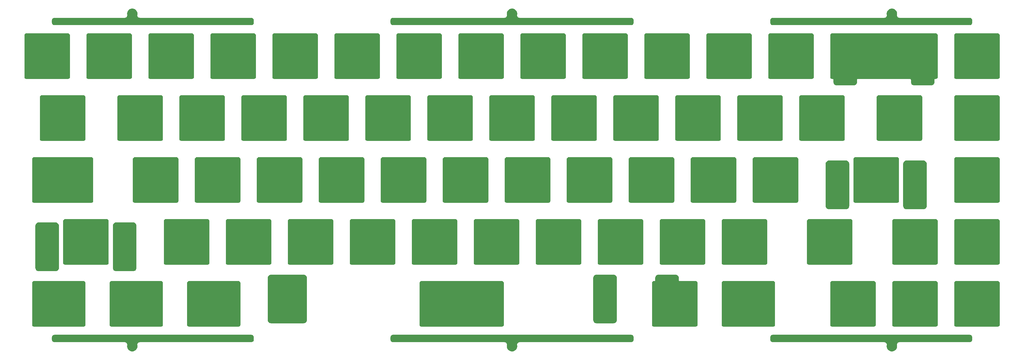
<source format=gbr>
%TF.GenerationSoftware,Altium Limited,Altium Designer,21.6.4 (81)*%
G04 Layer_Color=0*
%FSLAX45Y45*%
%MOMM*%
%TF.SameCoordinates,9FA947FD-24AC-44E9-AB3F-4C708A796988*%
%TF.FilePolarity,Positive*%
%TF.FileFunction,NonPlated,1,2,NPTH,Drill*%
%TF.Part,Single*%
G01*
G75*
G36*
X28179163Y5796064D02*
Y4506064D01*
X28177786Y4493825D01*
X28173718Y4482201D01*
X28167166Y4471772D01*
X28158456Y4463063D01*
X28148029Y4456511D01*
X28136401Y4452443D01*
X28124164Y4451064D01*
X26834164D01*
X26821927Y4452443D01*
X26810300Y4456511D01*
X26799872Y4463063D01*
X26791165Y4471772D01*
X26784610Y4482200D01*
X26780545Y4493825D01*
X26779166Y4506064D01*
Y5796064D01*
X26780545Y5808303D01*
X26784610Y5819927D01*
X26791165Y5830356D01*
X26799872Y5839065D01*
X26810300Y5845617D01*
X26821927Y5849685D01*
X26834164Y5851064D01*
X28124164D01*
X28136401Y5849686D01*
X28148029Y5845617D01*
X28158456Y5839065D01*
X28167166Y5830356D01*
X28173718Y5819928D01*
X28177786Y5808303D01*
X28179163Y5796064D01*
D02*
G37*
G36*
X29131665Y7701064D02*
Y6411064D01*
X29130286Y6398825D01*
X29126218Y6387201D01*
X29119666Y6376772D01*
X29110956Y6368063D01*
X29100528Y6361511D01*
X29088901Y6357443D01*
X29076663Y6356064D01*
X27786664D01*
X27774426Y6357443D01*
X27762802Y6361511D01*
X27752374Y6368063D01*
X27743665Y6376772D01*
X27737109Y6387200D01*
X27733044Y6398825D01*
X27731665Y6411064D01*
Y7701064D01*
X27733041Y7713302D01*
X27737109Y7724927D01*
X27743665Y7735356D01*
X27752374Y7744065D01*
X27762802Y7750617D01*
X27774426Y7754685D01*
X27786664Y7756064D01*
X29076663Y7756065D01*
X29088901Y7754685D01*
X29100528Y7750618D01*
X29110956Y7744065D01*
X29119666Y7735357D01*
X29126218Y7724927D01*
X29130283Y7713303D01*
X29131665Y7701064D01*
D02*
G37*
G36*
X25405414Y9661064D02*
X26695413D01*
X26707651Y9659685D01*
X26719278Y9655617D01*
X26729706Y9649065D01*
X26738416Y9640356D01*
X26744968Y9629927D01*
X26749033Y9618302D01*
X26750415Y9606064D01*
Y8316064D01*
X26749033Y8303825D01*
X26744968Y8292201D01*
X26738416Y8281772D01*
X26729706Y8273063D01*
X26719278Y8266510D01*
X26707651Y8262443D01*
X26695413Y8261063D01*
X25405414D01*
X25393175Y8262443D01*
X25381551Y8266510D01*
X25371123Y8273063D01*
X25362415Y8281772D01*
X25355859Y8292201D01*
X25351793Y8303825D01*
X25350414Y8316064D01*
Y9606064D01*
X25351793Y9618302D01*
X25355859Y9629927D01*
X25362415Y9640356D01*
X25371123Y9649065D01*
X25381551Y9655617D01*
X25393175Y9659685D01*
X25405414Y9661064D01*
D02*
G37*
G36*
X24840414Y2646064D02*
X24817050Y2648697D01*
X24794856Y2656462D01*
X24774948Y2668972D01*
X24758322Y2685598D01*
X24745813Y2705506D01*
X24738046Y2727699D01*
X24735416Y2751064D01*
Y4041064D01*
X24738046Y4064428D01*
X24745813Y4086622D01*
X24758322Y4106530D01*
X24774948Y4123156D01*
X24794856Y4135666D01*
X24817050Y4143431D01*
X24840414Y4146064D01*
X25355414D01*
X25378780Y4143431D01*
X25400974Y4135666D01*
X25420882Y4123156D01*
X25437508Y4106530D01*
X25450015Y4086622D01*
X25457782Y4064429D01*
X25460416Y4041064D01*
Y2751064D01*
X25457782Y2727699D01*
X25450015Y2705506D01*
X25437508Y2685598D01*
X25420882Y2668972D01*
X25400974Y2656462D01*
X25378780Y2648697D01*
X25355414Y2646064D01*
X24840414D01*
D02*
G37*
G36*
X25797913Y11511064D02*
Y10221064D01*
X25796536Y10208825D01*
X25792468Y10197201D01*
X25785916Y10186772D01*
X25777206Y10178063D01*
X25766779Y10171510D01*
X25755151Y10167443D01*
X25742914Y10166063D01*
X24452914D01*
X24440675Y10167442D01*
X24429050Y10171510D01*
X24418622Y10178063D01*
X24409914Y10186772D01*
X24403360Y10197200D01*
X24399292Y10208825D01*
X24397914Y10221064D01*
Y11511064D01*
X24399292Y11523302D01*
X24403360Y11534927D01*
X24409914Y11545356D01*
X24418622Y11554065D01*
X24429050Y11560617D01*
X24440675Y11564685D01*
X24452914Y11566064D01*
X25742914D01*
X25755151Y11564685D01*
X25766779Y11560617D01*
X25777206Y11554065D01*
X25785916Y11545356D01*
X25792468Y11534927D01*
X25796536Y11523302D01*
X25797913Y11511064D01*
D02*
G37*
G36*
X23416664Y7701064D02*
X23416666Y6411064D01*
X23415285Y6398825D01*
X23411218Y6387200D01*
X23404665Y6376772D01*
X23395956Y6368063D01*
X23385529Y6361510D01*
X23373903Y6357443D01*
X23361665Y6356063D01*
X22071664D01*
X22059425Y6357442D01*
X22047801Y6361510D01*
X22037373Y6368063D01*
X22028664Y6376772D01*
X22022112Y6387200D01*
X22018044Y6398825D01*
X22016666Y6411064D01*
X22016664Y7701064D01*
X22018044Y7713302D01*
X22022110Y7724927D01*
X22028664Y7735356D01*
X22037372Y7744064D01*
X22047801Y7750617D01*
X22059425Y7754685D01*
X22071664Y7756064D01*
X23361664D01*
X23373901Y7754685D01*
X23385529Y7750617D01*
X23395956Y7744065D01*
X23404665Y7735356D01*
X23411217Y7724927D01*
X23415285Y7713302D01*
X23416664Y7701064D01*
D02*
G37*
G36*
X22940414Y9606064D02*
Y8316064D01*
X22939035Y8303825D01*
X22934967Y8292200D01*
X22928415Y8281772D01*
X22919707Y8273063D01*
X22909277Y8266510D01*
X22897652Y8262442D01*
X22885414Y8261063D01*
X21595415D01*
X21583176Y8262442D01*
X21571552Y8266510D01*
X21561122Y8273062D01*
X21552414Y8281772D01*
X21545860Y8292200D01*
X21541792Y8303825D01*
X21540414Y8316064D01*
Y9606064D01*
X21541792Y9618302D01*
X21545860Y9629927D01*
X21552414Y9640356D01*
X21561122Y9649064D01*
X21571552Y9655617D01*
X21583176Y9659685D01*
X21595415Y9661064D01*
X22885414D01*
X22897652Y9659685D01*
X22909277Y9655617D01*
X22919707Y9649065D01*
X22928415Y9640356D01*
X22934967Y9629927D01*
X22939035Y9618302D01*
X22940414Y9606064D01*
D02*
G37*
G36*
X25321664Y7701064D02*
X25321664Y6411064D01*
X25320285Y6398825D01*
X25316219Y6387200D01*
X25309665Y6376772D01*
X25300957Y6368063D01*
X25290527Y6361511D01*
X25278903Y6357443D01*
X25266666Y6356064D01*
X23976665Y6356063D01*
X23964426Y6357443D01*
X23952802Y6361510D01*
X23942374Y6368063D01*
X23933664Y6376772D01*
X23927110Y6387200D01*
X23923042Y6398825D01*
X23921664Y6411064D01*
X23921664Y7701064D01*
X23923042Y7713302D01*
X23927110Y7724927D01*
X23933664Y7735356D01*
X23942372Y7744065D01*
X23952802Y7750617D01*
X23964426Y7754685D01*
X23976665Y7756064D01*
X25266664D01*
X25278902Y7754685D01*
X25290527Y7750617D01*
X25300957Y7744065D01*
X25309665Y7735356D01*
X25316217Y7724927D01*
X25320285Y7713302D01*
X25321664Y7701064D01*
D02*
G37*
G36*
X21987914Y11511064D02*
Y10221064D01*
X21986536Y10208825D01*
X21982468Y10197200D01*
X21975916Y10186772D01*
X21967206Y10178062D01*
X21956778Y10171510D01*
X21945152Y10167442D01*
X21932915Y10166063D01*
X20642914D01*
X20630675Y10167442D01*
X20619051Y10171510D01*
X20608623Y10178062D01*
X20599915Y10186772D01*
X20593359Y10197200D01*
X20589291Y10208825D01*
X20587914Y10221064D01*
Y11511064D01*
X20589291Y11523302D01*
X20593359Y11534926D01*
X20599915Y11545356D01*
X20608623Y11554064D01*
X20619051Y11560617D01*
X20630675Y11564684D01*
X20642914Y11566064D01*
X21932915D01*
X21945152Y11564684D01*
X21956778Y11560617D01*
X21967206Y11554064D01*
X21975916Y11545356D01*
X21982468Y11534926D01*
X21986536Y11523302D01*
X21987914Y11511064D01*
D02*
G37*
G36*
X21511664Y7701064D02*
X21511665Y6411064D01*
X21510284Y6398825D01*
X21506218Y6387200D01*
X21499664Y6376772D01*
X21490958Y6368063D01*
X21480528Y6361510D01*
X21468903Y6357442D01*
X21456665Y6356063D01*
X20166666D01*
X20154427Y6357442D01*
X20142801Y6361510D01*
X20132373Y6368063D01*
X20123663Y6376772D01*
X20117111Y6387200D01*
X20113043Y6398825D01*
X20111665Y6411064D01*
X20111664Y7701064D01*
X20113043Y7713302D01*
X20117110Y7724927D01*
X20123663Y7735356D01*
X20132372Y7744064D01*
X20142801Y7750617D01*
X20154425Y7754685D01*
X20166664Y7756064D01*
X21456664D01*
X21468903Y7754685D01*
X21480528Y7750617D01*
X21490956Y7744064D01*
X21499664Y7735356D01*
X21506216Y7724927D01*
X21510284Y7713302D01*
X21511664Y7701064D01*
D02*
G37*
G36*
X19551665Y6356063D02*
X18261665Y6356063D01*
X18249426Y6357442D01*
X18237801Y6361510D01*
X18227373Y6368062D01*
X18218665Y6376771D01*
X18212111Y6387200D01*
X18208043Y6398824D01*
X18206665Y6411063D01*
X18206664Y7701063D01*
X18208043Y7713302D01*
X18212109Y7724926D01*
X18218665Y7735356D01*
X18227373Y7744064D01*
X18237801Y7750617D01*
X18249425Y7754684D01*
X18261664Y7756064D01*
X19551665D01*
X19563902Y7754685D01*
X19575528Y7750617D01*
X19585956Y7744064D01*
X19594666Y7735356D01*
X19601218Y7724927D01*
X19605286Y7713302D01*
X19606664Y7701064D01*
X19606665Y6411064D01*
X19605286Y6398825D01*
X19601218Y6387200D01*
X19594666Y6376772D01*
X19585957Y6368063D01*
X19575528Y6361510D01*
X19563902Y6357442D01*
X19551665Y6356063D01*
D02*
G37*
G36*
X25881665Y7756064D02*
X27171664D01*
X27183902Y7754685D01*
X27195529Y7750617D01*
X27205957Y7744065D01*
X27214664Y7735356D01*
X27221219Y7724927D01*
X27225284Y7713302D01*
X27226663Y7701064D01*
Y6411064D01*
X27225287Y6398825D01*
X27221219Y6387200D01*
X27214664Y6376772D01*
X27205957Y6368063D01*
X27195529Y6361511D01*
X27183902Y6357443D01*
X27171664Y6356064D01*
X25881665D01*
X25869427Y6357443D01*
X25857800Y6361511D01*
X25847372Y6368063D01*
X25838663Y6376772D01*
X25832111Y6387200D01*
X25828043Y6398825D01*
X25826666Y6411064D01*
X25826663Y7701064D01*
X25828043Y7713302D01*
X25832111Y7724927D01*
X25838663Y7735356D01*
X25847372Y7744065D01*
X25857800Y7750617D01*
X25869424Y7754685D01*
X25881665Y7756064D01*
D02*
G37*
G36*
X16749164Y5796063D02*
Y4506063D01*
X16747784Y4493824D01*
X16743718Y4482200D01*
X16737164Y4471771D01*
X16728456Y4463062D01*
X16718028Y4456510D01*
X16706403Y4452442D01*
X16694164Y4451063D01*
X15404164D01*
X15391927Y4452442D01*
X15380301Y4456510D01*
X15369872Y4463062D01*
X15361163Y4471771D01*
X15354611Y4482199D01*
X15350543Y4493824D01*
X15349164Y4506063D01*
Y5796063D01*
X15350543Y5808302D01*
X15354611Y5819926D01*
X15361163Y5830355D01*
X15369872Y5839064D01*
X15380301Y5845616D01*
X15391927Y5849684D01*
X15404164Y5851063D01*
X16694164D01*
X16706403Y5849685D01*
X16718028Y5845616D01*
X16728456Y5839064D01*
X16737164Y5830355D01*
X16743718Y5819927D01*
X16747784Y5808302D01*
X16749164Y5796063D01*
D02*
G37*
G36*
X17225414Y9606064D02*
Y8316064D01*
X17224036Y8303825D01*
X17219968Y8292200D01*
X17213416Y8281772D01*
X17204706Y8273062D01*
X17194278Y8266510D01*
X17182652Y8262442D01*
X17170415Y8261063D01*
X15880414Y8261062D01*
X15868176Y8262442D01*
X15856551Y8266509D01*
X15846123Y8273062D01*
X15837415Y8281771D01*
X15830861Y8292200D01*
X15826793Y8303824D01*
X15825414Y8316063D01*
Y9606063D01*
X15826793Y9618301D01*
X15830861Y9629926D01*
X15837415Y9640355D01*
X15846123Y9649064D01*
X15856551Y9655616D01*
X15868176Y9659684D01*
X15880414Y9661063D01*
X17170415Y9661064D01*
X17182652Y9659684D01*
X17194278Y9655617D01*
X17204706Y9649064D01*
X17213416Y9640356D01*
X17219968Y9629926D01*
X17224036Y9618302D01*
X17225414Y9606064D01*
D02*
G37*
G36*
X15830415Y2646063D02*
X14839165Y2646063D01*
X14815800Y2648695D01*
X14793607Y2656461D01*
X14773698Y2668971D01*
X14757072Y2685597D01*
X14744563Y2705505D01*
X14736798Y2727698D01*
X14734164Y2751063D01*
Y4041063D01*
X14736798Y4064428D01*
X14744563Y4086621D01*
X14757072Y4106529D01*
X14773698Y4123155D01*
X14793607Y4135665D01*
X14815800Y4143430D01*
X14839165Y4146063D01*
X15830415D01*
X15853780Y4143430D01*
X15875972Y4135665D01*
X15895882Y4123155D01*
X15912508Y4106529D01*
X15925017Y4086621D01*
X15932782Y4064428D01*
X15935414Y4041063D01*
Y2751063D01*
X15932782Y2727698D01*
X15925017Y2705505D01*
X15912508Y2685597D01*
X15895882Y2668971D01*
X15875972Y2656461D01*
X15853780Y2648696D01*
X15830415Y2646063D01*
D02*
G37*
G36*
X8597913Y10166062D02*
X7307915D01*
X7295676Y10167441D01*
X7284051Y10171509D01*
X7273622Y10178061D01*
X7264913Y10186771D01*
X7258360Y10197199D01*
X7254293Y10208824D01*
X7252914Y10221063D01*
X7252914Y11511063D01*
X7254293Y11523301D01*
X7258360Y11534925D01*
X7264913Y11545355D01*
X7273622Y11554063D01*
X7284050Y11560616D01*
X7295676Y11564683D01*
X7307914Y11566063D01*
X8597913D01*
X8610152Y11564683D01*
X8621777Y11560616D01*
X8632205Y11554063D01*
X8640914Y11545355D01*
X8647468Y11534925D01*
X8651535Y11523301D01*
X8652913Y11511063D01*
X8652914Y10221063D01*
X8651535Y10208824D01*
X8647468Y10197199D01*
X8640915Y10186771D01*
X8632205Y10178061D01*
X8621777Y10171509D01*
X8610152Y10167441D01*
X8597913Y10166062D01*
D02*
G37*
G36*
X9312290Y6356062D02*
X7546039Y6356062D01*
X7533800Y6357441D01*
X7522176Y6361509D01*
X7511747Y6368061D01*
X7503039Y6376770D01*
X7496486Y6387199D01*
X7492418Y6398823D01*
X7491039Y6411062D01*
Y7701062D01*
X7492418Y7713301D01*
X7496486Y7724925D01*
X7503039Y7735355D01*
X7511747Y7744063D01*
X7522176Y7750616D01*
X7533800Y7754683D01*
X7546039Y7756063D01*
X9312290D01*
X9324528Y7754684D01*
X9336153Y7750616D01*
X9346582Y7744063D01*
X9355290Y7735355D01*
X9361842Y7724926D01*
X9365910Y7713301D01*
X9367290Y7701063D01*
Y6411063D01*
X9365910Y6398824D01*
X9361842Y6387199D01*
X9355290Y6376771D01*
X9346582Y6368062D01*
X9336153Y6361509D01*
X9324528Y6357441D01*
X9312290Y6356062D01*
D02*
G37*
G36*
X30267291Y2546064D02*
X28739166Y2546064D01*
X28726926Y2547443D01*
X28715302Y2551511D01*
X28704874Y2558063D01*
X28696164Y2566772D01*
X28689609Y2577201D01*
X28685544Y2588825D01*
X28684164Y2601064D01*
Y3891064D01*
X28685544Y3903303D01*
X28689609Y3914928D01*
X28696164Y3925356D01*
X28704874Y3934065D01*
X28715302Y3940617D01*
X28726926Y3944686D01*
X28739166Y3946064D01*
X30267291D01*
X30279529Y3944686D01*
X30291153Y3940617D01*
X30301581Y3934065D01*
X30310291Y3925356D01*
X30316843Y3914928D01*
X30320911Y3903303D01*
X30322290Y3891064D01*
Y2601064D01*
X30320911Y2588826D01*
X30316843Y2577201D01*
X30310291Y2566772D01*
X30301581Y2558064D01*
X30291153Y2551511D01*
X30279529Y2547443D01*
X30267291Y2546064D01*
D02*
G37*
G36*
X35882916Y7756065D02*
X37172913D01*
X37185153Y7754686D01*
X37196777Y7750618D01*
X37207205Y7744066D01*
X37215915Y7735357D01*
X37222467Y7724928D01*
X37226535Y7713303D01*
X37227914Y7701065D01*
Y6411065D01*
X37226535Y6398826D01*
X37222467Y6387201D01*
X37215915Y6376773D01*
X37207205Y6368064D01*
X37196777Y6361512D01*
X37185153Y6357444D01*
X37172913Y6356065D01*
X35882916Y6356065D01*
X35870676Y6357444D01*
X35859052Y6361511D01*
X35848624Y6368064D01*
X35839914Y6376773D01*
X35833359Y6387201D01*
X35829294Y6398826D01*
X35827914Y6411065D01*
Y7701065D01*
X35829291Y7713303D01*
X35833359Y7724928D01*
X35839914Y7735357D01*
X35848624Y7744066D01*
X35859052Y7750618D01*
X35870676Y7754686D01*
X35882916Y7756065D01*
D02*
G37*
G36*
Y3946065D02*
X37172913Y3946065D01*
X37185153Y3944686D01*
X37196777Y3940618D01*
X37207205Y3934066D01*
X37215915Y3925357D01*
X37222467Y3914928D01*
X37226535Y3903304D01*
X37227914Y3891065D01*
Y2601065D01*
X37226535Y2588826D01*
X37222467Y2577202D01*
X37215915Y2566773D01*
X37207205Y2558064D01*
X37196777Y2551512D01*
X37185153Y2547444D01*
X37172913Y2546065D01*
X35882916D01*
X35870676Y2547444D01*
X35859052Y2551512D01*
X35848624Y2558064D01*
X35839914Y2566773D01*
X35833359Y2577202D01*
X35829294Y2588826D01*
X35827914Y2601065D01*
Y3891065D01*
X35829294Y3903303D01*
X35833359Y3914928D01*
X35839914Y3925357D01*
X35848624Y3934065D01*
X35859052Y3940618D01*
X35870676Y3944686D01*
X35882916Y3946065D01*
D02*
G37*
G36*
X35322913Y5796065D02*
Y4506065D01*
X35321536Y4493826D01*
X35317468Y4482201D01*
X35310916Y4471773D01*
X35302206Y4463064D01*
X35291779Y4456511D01*
X35280151Y4452444D01*
X35267914Y4451065D01*
X33977914D01*
X33965677Y4452444D01*
X33954050Y4456511D01*
X33943622Y4463064D01*
X33934915Y4471773D01*
X33928360Y4482201D01*
X33924295Y4493826D01*
X33922916Y4506065D01*
Y5796065D01*
X33924295Y5808303D01*
X33928360Y5819928D01*
X33934915Y5830357D01*
X33943622Y5839065D01*
X33954050Y5845618D01*
X33965677Y5849686D01*
X33977914Y5851065D01*
X35267914D01*
X35280151Y5849686D01*
X35291779Y5845618D01*
X35302206Y5839065D01*
X35310916Y5830357D01*
X35317468Y5819928D01*
X35321536Y5808303D01*
X35322913Y5796065D01*
D02*
G37*
G36*
X32703540D02*
Y4506065D01*
X32702161Y4493826D01*
X32698093Y4482201D01*
X32691541Y4471773D01*
X32682831Y4463064D01*
X32672403Y4456511D01*
X32660779Y4452443D01*
X32648541Y4451065D01*
X31358539D01*
X31346301Y4452443D01*
X31334677Y4456511D01*
X31324246Y4463064D01*
X31315540Y4471773D01*
X31308987Y4482201D01*
X31304919Y4493826D01*
X31303540Y4506065D01*
Y5796065D01*
X31304919Y5808303D01*
X31308987Y5819928D01*
X31315540Y5830357D01*
X31324246Y5839065D01*
X31334677Y5845618D01*
X31346301Y5849686D01*
X31358539Y5851065D01*
X32648541D01*
X32660779Y5849686D01*
X32672403Y5845618D01*
X32682831Y5839065D01*
X32691541Y5830357D01*
X32698093Y5819928D01*
X32702161Y5808303D01*
X32703540Y5796065D01*
D02*
G37*
G36*
X32465414Y9606065D02*
Y8316065D01*
X32464035Y8303826D01*
X32459967Y8292201D01*
X32453415Y8281773D01*
X32444705Y8273063D01*
X32434277Y8266511D01*
X32422653Y8262443D01*
X32410413Y8261065D01*
X31120416D01*
X31108176Y8262443D01*
X31096552Y8266511D01*
X31086124Y8273063D01*
X31077414Y8281773D01*
X31070859Y8292201D01*
X31066791Y8303826D01*
X31065414Y8316065D01*
Y9606065D01*
X31066791Y9618303D01*
X31070859Y9629928D01*
X31077414Y9640357D01*
X31086124Y9649065D01*
X31096552Y9655618D01*
X31108176Y9659686D01*
X31120416Y9661065D01*
X32410413D01*
X32422653Y9659686D01*
X32434277Y9655618D01*
X32444705Y9649065D01*
X32453415Y9640357D01*
X32459967Y9629928D01*
X32464035Y9618303D01*
X32465414Y9606065D01*
D02*
G37*
G36*
X32732288Y6411065D02*
Y7701065D01*
X32733667Y7713303D01*
X32737735Y7724928D01*
X32744287Y7735357D01*
X32752997Y7744065D01*
X32763425Y7750618D01*
X32775049Y7754686D01*
X32787289Y7756065D01*
X34077289D01*
X34089529Y7754686D01*
X34101151Y7750618D01*
X34111581Y7744066D01*
X34120288Y7735357D01*
X34126843Y7724928D01*
X34130911Y7713303D01*
X34132291Y7701065D01*
Y6411065D01*
X34130911Y6398826D01*
X34126843Y6387201D01*
X34120291Y6376773D01*
X34111581Y6368064D01*
X34101154Y6361511D01*
X34089529Y6357444D01*
X34077289Y6356065D01*
X32787289D01*
X32775049Y6357443D01*
X32763428Y6361511D01*
X32752997Y6368064D01*
X32744290Y6376773D01*
X32737735Y6387201D01*
X32733667Y6398826D01*
X32732288Y6411065D01*
D02*
G37*
G36*
X34498541Y10138564D02*
X34497849Y10144684D01*
X34495816Y10150496D01*
X34492538Y10155710D01*
X34488184Y10160065D01*
X34482971Y10163342D01*
X34477158Y10165376D01*
X34471039Y10166065D01*
X32869788D01*
X32863669Y10165375D01*
X32857855Y10163342D01*
X32852643Y10160065D01*
X32848288Y10155710D01*
X32845013Y10150496D01*
X32842978Y10144684D01*
X32842288Y10138564D01*
Y10071064D01*
X32839655Y10047699D01*
X32831891Y10025507D01*
X32819382Y10005598D01*
X32802753Y9988973D01*
X32782846Y9976463D01*
X32760654Y9968697D01*
X32737289Y9966065D01*
X32222290D01*
X32198923Y9968697D01*
X32176733Y9976463D01*
X32156821Y9988973D01*
X32140195Y10005598D01*
X32127686Y10025507D01*
X32119922Y10047699D01*
X32117291Y10071064D01*
Y10138564D01*
X32116599Y10144684D01*
X32114566Y10150496D01*
X32111288Y10155710D01*
X32106934Y10160065D01*
X32101721Y10163342D01*
X32095908Y10165375D01*
X32089789Y10166065D01*
X32072916D01*
X32060675Y10167443D01*
X32049051Y10171511D01*
X32038623Y10178063D01*
X32029913Y10186773D01*
X32023361Y10197201D01*
X32019293Y10208826D01*
X32017914Y10221065D01*
Y11511065D01*
X32019293Y11523303D01*
X32023361Y11534927D01*
X32029913Y11545357D01*
X32038623Y11554065D01*
X32049051Y11560618D01*
X32060675Y11564685D01*
X32072916Y11566065D01*
X35267914D01*
X35280151Y11564686D01*
X35291779Y11560618D01*
X35302206Y11554066D01*
X35310916Y11545357D01*
X35317468Y11534928D01*
X35321533Y11523303D01*
X35322913Y11511065D01*
Y10221065D01*
X35321533Y10208826D01*
X35317468Y10197201D01*
X35310916Y10186773D01*
X35302206Y10178064D01*
X35291779Y10171511D01*
X35280151Y10167443D01*
X35267914Y10166065D01*
X35251038D01*
X35244919Y10165376D01*
X35239105Y10163342D01*
X35233893Y10160065D01*
X35229538Y10155710D01*
X35226263Y10150496D01*
X35224228Y10144684D01*
X35223538Y10138564D01*
Y10071064D01*
X35220905Y10047701D01*
X35213141Y10025507D01*
X35200632Y10005598D01*
X35184003Y9988973D01*
X35164096Y9976463D01*
X35141904Y9968697D01*
X35118539Y9966065D01*
X34603540D01*
X34580173Y9968697D01*
X34557983Y9976463D01*
X34538071Y9988973D01*
X34521445Y10005598D01*
X34508936Y10025507D01*
X34501172Y10047701D01*
X34498541Y10071064D01*
Y10138564D01*
D02*
G37*
G36*
X35882916Y11566065D02*
X37172913D01*
X37185153Y11564686D01*
X37196777Y11560618D01*
X37207205Y11554066D01*
X37215915Y11545357D01*
X37222467Y11534928D01*
X37226535Y11523303D01*
X37227914Y11511065D01*
Y10221065D01*
X37226535Y10208826D01*
X37222467Y10197202D01*
X37215915Y10186773D01*
X37207205Y10178064D01*
X37196777Y10171511D01*
X37185153Y10167444D01*
X37172913Y10166065D01*
X35882916D01*
X35870676Y10167443D01*
X35859052Y10171511D01*
X35848624Y10178064D01*
X35839914Y10186773D01*
X35833359Y10197201D01*
X35829291Y10208826D01*
X35827914Y10221065D01*
Y11511065D01*
X35829291Y11523303D01*
X35833359Y11534928D01*
X35839914Y11545357D01*
X35848624Y11554066D01*
X35859052Y11560618D01*
X35870676Y11564686D01*
X35882916Y11566065D01*
D02*
G37*
G36*
X30981665Y6356065D02*
X29691666Y6356064D01*
X29679425Y6357443D01*
X29667801Y6361511D01*
X29657373Y6368063D01*
X29648663Y6376772D01*
X29642111Y6387201D01*
X29638043Y6398825D01*
X29636664Y6411064D01*
Y7701064D01*
X29638043Y7713303D01*
X29642111Y7724927D01*
X29648663Y7735357D01*
X29657373Y7744065D01*
X29667801Y7750618D01*
X29679425Y7754685D01*
X29691666Y7756065D01*
X30981665D01*
X30993903Y7754686D01*
X31005527Y7750618D01*
X31015955Y7744065D01*
X31024664Y7735357D01*
X31031219Y7724928D01*
X31035284Y7713303D01*
X31036664Y7701065D01*
Y6411065D01*
X31035287Y6398826D01*
X31031219Y6387201D01*
X31024664Y6376773D01*
X31015955Y6368064D01*
X31005527Y6361511D01*
X30993903Y6357443D01*
X30981665Y6356065D01*
D02*
G37*
G36*
X33756146Y12139064D02*
X33752917Y12172205D01*
X33756619Y12205296D01*
X33767090Y12236905D01*
X33783875Y12265663D01*
X33806250Y12290323D01*
X33833243Y12309818D01*
X33863687Y12323305D01*
X33896265Y12330196D01*
X33929562D01*
X33962140Y12323305D01*
X33992584Y12309818D01*
X34019580Y12290323D01*
X34041953Y12265664D01*
X34058740Y12236906D01*
X34069208Y12205297D01*
X34072910Y12172206D01*
X34069681Y12139065D01*
X34068130Y12122003D01*
X34070370Y12105016D01*
X34076282Y12088937D01*
X34085583Y12074549D01*
X34097821Y12062558D01*
X34112393Y12053548D01*
X34128589Y12047959D01*
X34145615Y12046065D01*
X36305014D01*
X36322260Y12044122D01*
X36338641Y12038390D01*
X36353336Y12029157D01*
X36365607Y12016885D01*
X36374841Y12002191D01*
X36380569Y11985810D01*
X36382513Y11968565D01*
Y11896065D01*
X36380569Y11878820D01*
X36374841Y11862439D01*
X36365607Y11847745D01*
X36353336Y11835473D01*
X36338641Y11826240D01*
X36322260Y11820508D01*
X36305014Y11818565D01*
X30253314Y11818564D01*
X30236069Y11820508D01*
X30219687Y11826239D01*
X30204993Y11835472D01*
X30192722Y11847744D01*
X30183487Y11862438D01*
X30177759Y11878819D01*
X30175812Y11896065D01*
Y11968564D01*
X30177759Y11985810D01*
X30183487Y12002190D01*
X30192722Y12016884D01*
X30204993Y12029157D01*
X30219687Y12038389D01*
X30236069Y12044121D01*
X30253314Y12046064D01*
X33680212D01*
X33697241Y12047958D01*
X33713437Y12053547D01*
X33728006Y12062558D01*
X33740244Y12074549D01*
X33749545Y12088936D01*
X33755460Y12105016D01*
X33757697Y12122002D01*
X33756146Y12139064D01*
D02*
G37*
G36*
X10411146Y12139062D02*
X10407917Y12172203D01*
X10411618Y12205294D01*
X10422088Y12236903D01*
X10438875Y12265661D01*
X10461249Y12290321D01*
X10488243Y12309816D01*
X10518688Y12323302D01*
X10551265Y12330193D01*
X10584563D01*
X10617139Y12323302D01*
X10647584Y12309816D01*
X10674579Y12290321D01*
X10696953Y12265662D01*
X10713739Y12236904D01*
X10724208Y12205295D01*
X10727909Y12172204D01*
X10724682Y12139063D01*
X10723131Y12122001D01*
X10725367Y12105014D01*
X10731282Y12088935D01*
X10740584Y12074547D01*
X10752821Y12062556D01*
X10767392Y12053546D01*
X10783587Y12047957D01*
X10800615Y12046063D01*
X14227515D01*
X14244759Y12044120D01*
X14261140Y12038388D01*
X14275835Y12029155D01*
X14288106Y12016883D01*
X14297339Y12002189D01*
X14303072Y11985808D01*
X14305014Y11968563D01*
Y11896063D01*
X14303072Y11878818D01*
X14297339Y11862437D01*
X14288106Y11847743D01*
X14275835Y11835471D01*
X14261140Y11826238D01*
X14244759Y11820506D01*
X14227515Y11818563D01*
X8175814Y11818562D01*
X8158568Y11820506D01*
X8142187Y11826237D01*
X8127493Y11835470D01*
X8115222Y11847742D01*
X8105988Y11862436D01*
X8100257Y11878817D01*
X8098313Y11896063D01*
Y11968562D01*
X8100257Y11985808D01*
X8105988Y12002188D01*
X8115222Y12016882D01*
X8127493Y12029155D01*
X8142187Y12038387D01*
X8158568Y12044119D01*
X8175814Y12046062D01*
X10335212D01*
X10352240Y12047956D01*
X10368435Y12053545D01*
X10383007Y12062556D01*
X10395244Y12074547D01*
X10404546Y12088934D01*
X10410459Y12105014D01*
X10412696Y12122000D01*
X10411146Y12139062D01*
D02*
G37*
G36*
X9074164Y2546062D02*
X7546039D01*
X7533801Y2547441D01*
X7522176Y2551509D01*
X7511747Y2558062D01*
X7503039Y2566770D01*
X7496487Y2577199D01*
X7492419Y2588824D01*
X7491039Y2601062D01*
X7491039Y3891062D01*
X7492419Y3903301D01*
X7496487Y3914926D01*
X7503039Y3925354D01*
X7511747Y3934063D01*
X7522176Y3940615D01*
X7533800Y3944684D01*
X7546039Y3946062D01*
X9074164Y3946063D01*
X9086403Y3944684D01*
X9098028Y3940616D01*
X9108456Y3934063D01*
X9117165Y3925355D01*
X9123718Y3914926D01*
X9127785Y3903301D01*
X9129164Y3891063D01*
X9129164Y2601062D01*
X9127786Y2588824D01*
X9123719Y2577199D01*
X9117165Y2566770D01*
X9108456Y2558062D01*
X9098028Y2551509D01*
X9086403Y2547441D01*
X9074164Y2546062D01*
D02*
G37*
G36*
X13499165Y5851063D02*
X14789165Y5851063D01*
X14801402Y5849684D01*
X14813028Y5845616D01*
X14823456Y5839064D01*
X14832166Y5830355D01*
X14838718Y5819926D01*
X14842786Y5808302D01*
X14844164Y5796063D01*
Y4506063D01*
X14842786Y4493824D01*
X14838718Y4482199D01*
X14832166Y4471771D01*
X14823456Y4463062D01*
X14813028Y4456510D01*
X14801402Y4452442D01*
X14789165Y4451063D01*
X13499165Y4451062D01*
X13486926Y4452442D01*
X13475301Y4456509D01*
X13464873Y4463062D01*
X13456165Y4471771D01*
X13449611Y4482199D01*
X13445544Y4493824D01*
X13444165Y4506063D01*
X13444165Y5796063D01*
X13445543Y5808301D01*
X13449609Y5819926D01*
X13456165Y5830355D01*
X13464873Y5839063D01*
X13475301Y5845616D01*
X13486926Y5849684D01*
X13499165Y5851063D01*
D02*
G37*
G36*
X11510414Y9606063D02*
X11510414Y8316063D01*
X11509035Y8303824D01*
X11504968Y8292199D01*
X11498415Y8281771D01*
X11489706Y8273062D01*
X11479278Y8266509D01*
X11467652Y8262441D01*
X11455414Y8261062D01*
X10165415D01*
X10153176Y8262441D01*
X10141551Y8266509D01*
X10131123Y8273061D01*
X10122414Y8281771D01*
X10115860Y8292199D01*
X10111793Y8303824D01*
X10110415Y8316063D01*
X10110414Y9606063D01*
X10111793Y9618301D01*
X10115860Y9629926D01*
X10122413Y9640355D01*
X10131122Y9649063D01*
X10141551Y9655616D01*
X10153176Y9659684D01*
X10165415Y9661063D01*
X11455413D01*
X11467652Y9659684D01*
X11479277Y9655616D01*
X11489705Y9649064D01*
X11498415Y9640355D01*
X11504968Y9629926D01*
X11509035Y9618301D01*
X11510414Y9606063D01*
D02*
G37*
G36*
X11986664Y7701063D02*
Y6411063D01*
X11985285Y6398824D01*
X11981218Y6387199D01*
X11974665Y6376771D01*
X11965956Y6368062D01*
X11955528Y6361509D01*
X11943902Y6357442D01*
X11931664Y6356062D01*
X10641665D01*
X10629426Y6357442D01*
X10617801Y6361509D01*
X10607373Y6368062D01*
X10598664Y6376771D01*
X10592110Y6387199D01*
X10588043Y6398824D01*
X10586665Y6411063D01*
Y7701063D01*
X10588043Y7713301D01*
X10592110Y7724926D01*
X10598664Y7735355D01*
X10607373Y7744063D01*
X10617801Y7750616D01*
X10629426Y7754684D01*
X10641665Y7756063D01*
X11931664D01*
X11943902Y7754684D01*
X11955528Y7750616D01*
X11965956Y7744064D01*
X11974665Y7735355D01*
X11981218Y7724926D01*
X11985285Y7713301D01*
X11986664Y7701063D01*
D02*
G37*
G36*
X13891664Y7701063D02*
Y6411063D01*
X13890285Y6398824D01*
X13886218Y6387199D01*
X13879665Y6376771D01*
X13870956Y6368062D01*
X13860529Y6361510D01*
X13848903Y6357442D01*
X13836664Y6356063D01*
X12546665Y6356062D01*
X12534426Y6357442D01*
X12522801Y6361509D01*
X12512373Y6368062D01*
X12503664Y6376771D01*
X12497110Y6387199D01*
X12493043Y6398824D01*
X12491665Y6411063D01*
Y7701063D01*
X12493043Y7713301D01*
X12497110Y7724926D01*
X12503664Y7735355D01*
X12512373Y7744064D01*
X12522801Y7750616D01*
X12534426Y7754684D01*
X12546665Y7756063D01*
X13836664D01*
X13848903Y7754684D01*
X13860529Y7750616D01*
X13870956Y7744064D01*
X13879665Y7735355D01*
X13886218Y7724926D01*
X13890285Y7713301D01*
X13891664Y7701063D01*
D02*
G37*
G36*
X12308539Y3946063D02*
X13836665Y3946063D01*
X13848903Y3944684D01*
X13860529Y3940616D01*
X13870956Y3934064D01*
X13879665Y3925355D01*
X13886218Y3914926D01*
X13890286Y3903302D01*
X13891666Y3891063D01*
Y2601063D01*
X13890286Y2588824D01*
X13886218Y2577200D01*
X13879665Y2566771D01*
X13870956Y2558062D01*
X13860529Y2551510D01*
X13848903Y2547442D01*
X13836665Y2546063D01*
X12308539D01*
X12296301Y2547442D01*
X12284676Y2551510D01*
X12274247Y2558062D01*
X12265539Y2566771D01*
X12258987Y2577200D01*
X12254919Y2588824D01*
X12253539Y2601063D01*
X12253539Y3891063D01*
X12254919Y3903301D01*
X12258987Y3914926D01*
X12265539Y3925355D01*
X12274247Y3934063D01*
X12284676Y3940616D01*
X12296300Y3944684D01*
X12308539Y3946063D01*
D02*
G37*
G36*
X10557913Y11511063D02*
X10557914Y10221063D01*
X10556535Y10208824D01*
X10552468Y10197199D01*
X10545915Y10186771D01*
X10537205Y10178061D01*
X10526777Y10171509D01*
X10515152Y10167441D01*
X10502913Y10166062D01*
X9212915D01*
X9200676Y10167441D01*
X9189051Y10171509D01*
X9178622Y10178061D01*
X9169913Y10186771D01*
X9163360Y10197199D01*
X9159293Y10208824D01*
X9157914Y10221063D01*
X9157914Y11511063D01*
X9159293Y11523301D01*
X9163360Y11534925D01*
X9169913Y11545355D01*
X9178622Y11554063D01*
X9189050Y11560616D01*
X9200676Y11564683D01*
X9212914Y11566063D01*
X10502913D01*
X10515152Y11564683D01*
X10526777Y11560616D01*
X10537205Y11554063D01*
X10545914Y11545355D01*
X10552468Y11534925D01*
X10556535Y11523301D01*
X10557913Y11511063D01*
D02*
G37*
G36*
X10076664Y4251062D02*
X10053299Y4253695D01*
X10031107Y4261461D01*
X10011198Y4273970D01*
X9994573Y4290596D01*
X9982063Y4310504D01*
X9974297Y4332698D01*
X9971665Y4356062D01*
X9971665Y5646062D01*
X9974297Y5669427D01*
X9982062Y5691620D01*
X9994572Y5711529D01*
X10011198Y5728155D01*
X10031107Y5740664D01*
X10053299Y5748430D01*
X10076664Y5751062D01*
X10591664D01*
X10615029Y5748430D01*
X10637222Y5740665D01*
X10657130Y5728155D01*
X10673756Y5711529D01*
X10686266Y5691620D01*
X10694031Y5669427D01*
X10696664Y5646063D01*
X10696664Y4356063D01*
X10694032Y4332698D01*
X10686266Y4310505D01*
X10673756Y4290596D01*
X10657131Y4273971D01*
X10637222Y4261461D01*
X10615030Y4253695D01*
X10591665Y4251062D01*
X10076664D01*
D02*
G37*
G36*
X19075414Y8261063D02*
X17785414D01*
X17773177Y8262442D01*
X17761551Y8266510D01*
X17751122Y8273062D01*
X17742413Y8281772D01*
X17735861Y8292200D01*
X17731793Y8303825D01*
X17730414Y8316064D01*
Y9606064D01*
X17731793Y9618302D01*
X17735861Y9629926D01*
X17742413Y9640356D01*
X17751122Y9649064D01*
X17761551Y9655617D01*
X17773177Y9659684D01*
X17785414Y9661064D01*
X19075414D01*
X19087653Y9659684D01*
X19099278Y9655617D01*
X19109706Y9649064D01*
X19118414Y9640356D01*
X19124966Y9629926D01*
X19129034Y9618302D01*
X19130414Y9606064D01*
Y8316064D01*
X19129034Y8303825D01*
X19124966Y8292200D01*
X19118414Y8281772D01*
X19109706Y8273062D01*
X19099278Y8266510D01*
X19087653Y8262442D01*
X19075414Y8261063D01*
D02*
G37*
G36*
X10724683Y1973062D02*
X10727910Y1939921D01*
X10724209Y1906830D01*
X10713740Y1875222D01*
X10696954Y1846464D01*
X10674580Y1821804D01*
X10647586Y1802309D01*
X10617140Y1788823D01*
X10584564Y1781931D01*
X10551266D01*
X10518689Y1788823D01*
X10488244Y1802309D01*
X10461250Y1821804D01*
X10438876Y1846464D01*
X10422089Y1875222D01*
X10411620Y1906830D01*
X10407918Y1939921D01*
X10411147Y1973062D01*
X10412697Y1990125D01*
X10410460Y2007111D01*
X10404547Y2023191D01*
X10395245Y2037578D01*
X10383008Y2049570D01*
X10368436Y2058580D01*
X10352241Y2064169D01*
X10335213Y2066063D01*
X8175815Y2066063D01*
X8158569Y2068005D01*
X8142188Y2073738D01*
X8127494Y2082970D01*
X8115223Y2095242D01*
X8105989Y2109937D01*
X8100258Y2126317D01*
X8098315Y2143562D01*
Y2216062D01*
X8100258Y2233307D01*
X8105989Y2249688D01*
X8115223Y2264383D01*
X8127494Y2276654D01*
X8142188Y2285887D01*
X8158569Y2291619D01*
X8175815Y2293562D01*
X14227515Y2293563D01*
X14244760Y2291620D01*
X14261140Y2285888D01*
X14275835Y2276655D01*
X14288107Y2264383D01*
X14297340Y2249689D01*
X14303072Y2233308D01*
X14305016Y2216063D01*
Y2143563D01*
X14303072Y2126318D01*
X14297340Y2109937D01*
X14288107Y2095243D01*
X14275835Y2082971D01*
X14261140Y2073738D01*
X14244760Y2068006D01*
X14227515Y2066063D01*
X10800616Y2066063D01*
X10783588Y2064169D01*
X10767393Y2058580D01*
X10752822Y2049570D01*
X10740585Y2037578D01*
X10731283Y2023191D01*
X10725368Y2007111D01*
X10723132Y1990125D01*
X10724683Y1973062D01*
D02*
G37*
G36*
X27365414Y3973564D02*
X27366104Y3967444D01*
X27368137Y3961632D01*
X27371414Y3956418D01*
X27375769Y3952064D01*
X27380981Y3948787D01*
X27386795Y3946754D01*
X27392914Y3946064D01*
X27886041D01*
X27898279Y3944685D01*
X27909903Y3940617D01*
X27920331Y3934065D01*
X27929041Y3925356D01*
X27935593Y3914927D01*
X27939661Y3903303D01*
X27941040Y3891064D01*
Y2601064D01*
X27939661Y2588825D01*
X27935593Y2577201D01*
X27929041Y2566772D01*
X27920331Y2558063D01*
X27909903Y2551511D01*
X27898279Y2547443D01*
X27886041Y2546064D01*
X26596039Y2546064D01*
X26583801Y2547443D01*
X26572177Y2551511D01*
X26561746Y2558063D01*
X26553040Y2566772D01*
X26546487Y2577201D01*
X26542419Y2588825D01*
X26541040Y2601064D01*
Y3891064D01*
X26542419Y3903303D01*
X26546487Y3914927D01*
X26553040Y3925356D01*
X26561746Y3934065D01*
X26572177Y3940617D01*
X26583801Y3944685D01*
X26596039Y3946064D01*
X26612915D01*
X26619034Y3946754D01*
X26624847Y3948787D01*
X26630060Y3952064D01*
X26634415Y3956418D01*
X26637692Y3961632D01*
X26639725Y3967444D01*
X26640417Y3973564D01*
Y4041064D01*
X26643048Y4064429D01*
X26650812Y4086622D01*
X26663321Y4106530D01*
X26679947Y4123156D01*
X26699857Y4135666D01*
X26722049Y4143431D01*
X26745416Y4146064D01*
X27260416D01*
X27283780Y4143431D01*
X27305972Y4135666D01*
X27325879Y4123156D01*
X27342505Y4106530D01*
X27355017Y4086622D01*
X27362781Y4064429D01*
X27365414Y4041064D01*
Y3973564D01*
D02*
G37*
G36*
X28655414Y9606065D02*
Y8316065D01*
X28654034Y8303826D01*
X28649969Y8292201D01*
X28643414Y8281773D01*
X28634705Y8273063D01*
X28624277Y8266511D01*
X28612653Y8262443D01*
X28600415Y8261065D01*
X27310416Y8261063D01*
X27298175Y8262443D01*
X27286551Y8266510D01*
X27276123Y8273063D01*
X27267413Y8281772D01*
X27260861Y8292201D01*
X27256793Y8303825D01*
X27255414Y8316064D01*
Y9606064D01*
X27256793Y9618302D01*
X27260861Y9629927D01*
X27267413Y9640356D01*
X27276123Y9649065D01*
X27286551Y9655617D01*
X27298175Y9659685D01*
X27310416Y9661064D01*
X28600415Y9661065D01*
X28612653Y9659685D01*
X28624277Y9655618D01*
X28634705Y9649065D01*
X28643414Y9640357D01*
X28649969Y9629927D01*
X28654034Y9618303D01*
X28655414Y9606065D01*
D02*
G37*
G36*
X29607913Y11511065D02*
Y10221065D01*
X29606534Y10208826D01*
X29602469Y10197201D01*
X29595914Y10186773D01*
X29587207Y10178063D01*
X29576779Y10171511D01*
X29565152Y10167443D01*
X29552914Y10166065D01*
X28262915D01*
X28250677Y10167443D01*
X28239050Y10171511D01*
X28228622Y10178063D01*
X28219913Y10186773D01*
X28213361Y10197201D01*
X28209293Y10208826D01*
X28207916Y10221065D01*
Y11511065D01*
X28209293Y11523303D01*
X28213361Y11534927D01*
X28219913Y11545357D01*
X28228622Y11554065D01*
X28239050Y11560618D01*
X28250677Y11564685D01*
X28262915Y11566065D01*
X29552914D01*
X29565152Y11564685D01*
X29576779Y11560618D01*
X29587207Y11554065D01*
X29595914Y11545357D01*
X29602469Y11534927D01*
X29606534Y11523303D01*
X29607913Y11511065D01*
D02*
G37*
G36*
X19452290Y3946064D02*
X21932915D01*
X21945152Y3944685D01*
X21956779Y3940617D01*
X21967207Y3934064D01*
X21975916Y3925356D01*
X21982468Y3914927D01*
X21986536Y3903302D01*
X21987915Y3891064D01*
Y2601064D01*
X21986536Y2588825D01*
X21982468Y2577200D01*
X21975916Y2566772D01*
X21967207Y2558063D01*
X21956779Y2551510D01*
X21945152Y2547443D01*
X21932915Y2546063D01*
X19449789Y2546063D01*
X19438107Y2547379D01*
X19427011Y2551263D01*
X19417056Y2557517D01*
X19408743Y2565830D01*
X19402489Y2575785D01*
X19398605Y2586881D01*
X19397290Y2598564D01*
Y3891064D01*
X19398668Y3903302D01*
X19402736Y3914927D01*
X19409290Y3925356D01*
X19417998Y3934064D01*
X19428426Y3940617D01*
X19440051Y3944685D01*
X19452290Y3946064D01*
D02*
G37*
G36*
X23892914Y11511064D02*
Y10221064D01*
X23891534Y10208825D01*
X23887466Y10197200D01*
X23880914Y10186772D01*
X23872206Y10178063D01*
X23861778Y10171510D01*
X23850153Y10167442D01*
X23837914Y10166063D01*
X22547914D01*
X22535675Y10167442D01*
X22524049Y10171510D01*
X22513622Y10178063D01*
X22504913Y10186772D01*
X22498360Y10197200D01*
X22494292Y10208825D01*
X22492914Y10221064D01*
Y11511064D01*
X22494292Y11523302D01*
X22498360Y11534927D01*
X22504913Y11545356D01*
X22513622Y11554065D01*
X22524049Y11560617D01*
X22535675Y11564685D01*
X22547914Y11566064D01*
X23837914D01*
X23850153Y11564685D01*
X23861778Y11560617D01*
X23872206Y11554065D01*
X23880914Y11545356D01*
X23887466Y11534927D01*
X23891534Y11523302D01*
X23892914Y11511064D01*
D02*
G37*
G36*
X22464165Y5796064D02*
Y4506064D01*
X22462785Y4493825D01*
X22458717Y4482200D01*
X22452165Y4471772D01*
X22443457Y4463063D01*
X22433028Y4456510D01*
X22421404Y4452443D01*
X22409164Y4451063D01*
X21119165D01*
X21106926Y4452442D01*
X21095300Y4456510D01*
X21084872Y4463063D01*
X21076164Y4471772D01*
X21069611Y4482200D01*
X21065543Y4493825D01*
X21064165Y4506064D01*
Y5796064D01*
X21065543Y5808302D01*
X21069611Y5819927D01*
X21076164Y5830356D01*
X21084872Y5839064D01*
X21095300Y5845617D01*
X21106926Y5849685D01*
X21119165Y5851064D01*
X22409164D01*
X22421404Y5849685D01*
X22433028Y5845617D01*
X22443457Y5839064D01*
X22452165Y5830356D01*
X22458717Y5819927D01*
X22462785Y5808302D01*
X22464165Y5796064D01*
D02*
G37*
G36*
X20082915Y11511064D02*
Y10221064D01*
X20081535Y10208825D01*
X20077467Y10197200D01*
X20070915Y10186772D01*
X20062206Y10178062D01*
X20051778Y10171510D01*
X20040152Y10167442D01*
X20027914Y10166063D01*
X18737914D01*
X18725674Y10167442D01*
X18714050Y10171510D01*
X18703622Y10178062D01*
X18694914Y10186772D01*
X18688361Y10197200D01*
X18684293Y10208825D01*
X18682915Y10221064D01*
Y11511064D01*
X18684293Y11523302D01*
X18688361Y11534926D01*
X18694914Y11545356D01*
X18703622Y11554064D01*
X18714050Y11560617D01*
X18725674Y11564684D01*
X18737914Y11566064D01*
X20027914D01*
X20040152Y11564684D01*
X20051778Y11560617D01*
X20062206Y11554064D01*
X20070915Y11545356D01*
X20077467Y11534926D01*
X20081535Y11523302D01*
X20082915Y11511064D01*
D02*
G37*
G36*
X24845415Y9606064D02*
Y8316064D01*
X24844035Y8303825D01*
X24839967Y8292200D01*
X24833415Y8281772D01*
X24824706Y8273063D01*
X24814278Y8266510D01*
X24802652Y8262442D01*
X24790414Y8261063D01*
X23500414D01*
X23488174Y8262442D01*
X23476550Y8266510D01*
X23466122Y8273063D01*
X23457414Y8281772D01*
X23450861Y8292200D01*
X23446793Y8303825D01*
X23445415Y8316064D01*
Y9606064D01*
X23446793Y9618302D01*
X23450861Y9629927D01*
X23457414Y9640356D01*
X23466122Y9649065D01*
X23476550Y9655617D01*
X23488174Y9659685D01*
X23500414Y9661064D01*
X24790414D01*
X24802652Y9659685D01*
X24814278Y9655617D01*
X24824706Y9649065D01*
X24833415Y9640356D01*
X24839967Y9629927D01*
X24844035Y9618302D01*
X24845415Y9606064D01*
D02*
G37*
G36*
X20559164Y5796064D02*
Y4506064D01*
X20557785Y4493825D01*
X20553719Y4482200D01*
X20547165Y4471772D01*
X20538457Y4463063D01*
X20528027Y4456510D01*
X20516403Y4452442D01*
X20504166Y4451063D01*
X19214165Y4451063D01*
X19201926Y4452442D01*
X19190302Y4456510D01*
X19179874Y4463062D01*
X19171164Y4471771D01*
X19164610Y4482200D01*
X19160542Y4493824D01*
X19159164Y4506063D01*
Y5796063D01*
X19160542Y5808302D01*
X19164610Y5819927D01*
X19171164Y5830355D01*
X19179874Y5839064D01*
X19190302Y5845616D01*
X19201926Y5849685D01*
X19214165Y5851063D01*
X20504166Y5851064D01*
X20516403Y5849685D01*
X20528027Y5845617D01*
X20538457Y5839064D01*
X20547165Y5830356D01*
X20553719Y5819927D01*
X20557785Y5808302D01*
X20559164Y5796064D01*
D02*
G37*
G36*
X21035414Y9606064D02*
Y8316064D01*
X21034035Y8303825D01*
X21029967Y8292200D01*
X21023415Y8281772D01*
X21014706Y8273062D01*
X21004279Y8266510D01*
X20992651Y8262442D01*
X20980414Y8261063D01*
X19690414D01*
X19678175Y8262442D01*
X19666551Y8266510D01*
X19656122Y8273062D01*
X19647414Y8281772D01*
X19640860Y8292200D01*
X19636794Y8303825D01*
X19635414Y8316064D01*
Y9606064D01*
X19636794Y9618302D01*
X19640860Y9629927D01*
X19647414Y9640356D01*
X19656122Y9649064D01*
X19666551Y9655617D01*
X19678175Y9659685D01*
X19690414Y9661064D01*
X20980414D01*
X20992651Y9659685D01*
X21004279Y9655617D01*
X21014706Y9649064D01*
X21023415Y9640356D01*
X21029967Y9629927D01*
X21034035Y9618302D01*
X21035414Y9606064D01*
D02*
G37*
G36*
X24369165Y5796064D02*
Y4506064D01*
X24367786Y4493825D01*
X24363718Y4482200D01*
X24357166Y4471772D01*
X24348457Y4463063D01*
X24338028Y4456510D01*
X24326402Y4452443D01*
X24314165Y4451063D01*
X23024165D01*
X23011926Y4452443D01*
X23000301Y4456510D01*
X22989873Y4463063D01*
X22981165Y4471772D01*
X22974611Y4482200D01*
X22970543Y4493825D01*
X22969165Y4506064D01*
Y5796064D01*
X22970543Y5808302D01*
X22974611Y5819927D01*
X22981165Y5830356D01*
X22989873Y5839064D01*
X23000301Y5845617D01*
X23011926Y5849685D01*
X23024165Y5851064D01*
X24314165D01*
X24326402Y5849685D01*
X24338028Y5845617D01*
X24348457Y5839064D01*
X24357166Y5830356D01*
X24363718Y5819927D01*
X24367786Y5808302D01*
X24369165Y5796064D01*
D02*
G37*
G36*
X24929166Y5851064D02*
X26219165Y5851064D01*
X26231403Y5849685D01*
X26243027Y5845617D01*
X26253458Y5839065D01*
X26262164Y5830356D01*
X26268719Y5819927D01*
X26272784Y5808303D01*
X26274164Y5796064D01*
Y4506064D01*
X26272784Y4493825D01*
X26268719Y4482200D01*
X26262164Y4471772D01*
X26253458Y4463063D01*
X26243027Y4456511D01*
X26231403Y4452443D01*
X26219165Y4451064D01*
X24929166Y4451063D01*
X24916927Y4452443D01*
X24905301Y4456510D01*
X24894873Y4463063D01*
X24886163Y4471772D01*
X24879611Y4482200D01*
X24875543Y4493825D01*
X24874165Y4506064D01*
Y5796064D01*
X24875543Y5808302D01*
X24879611Y5819927D01*
X24886163Y5830356D01*
X24894873Y5839064D01*
X24905301Y5845617D01*
X24916927Y5849685D01*
X24929166Y5851064D01*
D02*
G37*
G36*
X26302914Y11511064D02*
X26304291Y11523302D01*
X26308359Y11534927D01*
X26314914Y11545356D01*
X26323621Y11554065D01*
X26334052Y11560617D01*
X26345676Y11564685D01*
X26357913Y11566064D01*
X27647913D01*
X27660153Y11564685D01*
X27671777Y11560617D01*
X27682205Y11554065D01*
X27690915Y11545356D01*
X27697467Y11534927D01*
X27701535Y11523302D01*
X27702914Y11511064D01*
Y10221064D01*
X27701535Y10208825D01*
X27697467Y10197201D01*
X27690915Y10186772D01*
X27682205Y10178063D01*
X27671777Y10171510D01*
X27660153Y10167443D01*
X27647913Y10166063D01*
X26357913D01*
X26345676Y10167443D01*
X26334052Y10171510D01*
X26323621Y10178063D01*
X26314914Y10186772D01*
X26308359Y10197201D01*
X26304291Y10208825D01*
X26302914Y10221064D01*
Y11511064D01*
D02*
G37*
G36*
X16272914Y11511063D02*
Y10221063D01*
X16271535Y10208824D01*
X16267467Y10197200D01*
X16260915Y10186771D01*
X16252206Y10178062D01*
X16241777Y10171509D01*
X16230151Y10167442D01*
X16217914Y10166062D01*
X14927914D01*
X14915675Y10167442D01*
X14904050Y10171509D01*
X14893622Y10178062D01*
X14884914Y10186771D01*
X14878360Y10197200D01*
X14874294Y10208824D01*
X14872914Y10221063D01*
Y11511063D01*
X14874294Y11523301D01*
X14878360Y11534926D01*
X14884914Y11545355D01*
X14893622Y11554064D01*
X14904050Y11560616D01*
X14915675Y11564684D01*
X14927914Y11566063D01*
X16217914D01*
X16230151Y11564684D01*
X16241777Y11560616D01*
X16252206Y11554064D01*
X16260915Y11545355D01*
X16267467Y11534926D01*
X16271535Y11523301D01*
X16272914Y11511063D01*
D02*
G37*
G36*
X17701665Y7701063D02*
Y6411063D01*
X17700285Y6398824D01*
X17696217Y6387200D01*
X17689665Y6376771D01*
X17680956Y6368062D01*
X17670528Y6361510D01*
X17658904Y6357442D01*
X17646664Y6356063D01*
X16356664D01*
X16344426Y6357442D01*
X16332800Y6361510D01*
X16322372Y6368062D01*
X16313664Y6376771D01*
X16307111Y6387199D01*
X16303043Y6398824D01*
X16301665Y6411063D01*
Y7701063D01*
X16303043Y7713301D01*
X16307111Y7724926D01*
X16313664Y7735355D01*
X16322372Y7744064D01*
X16332800Y7750616D01*
X16344426Y7754684D01*
X16356664Y7756063D01*
X17646664Y7756064D01*
X17658904Y7754684D01*
X17670528Y7750617D01*
X17680956Y7744064D01*
X17689665Y7735356D01*
X17696217Y7724926D01*
X17700285Y7713302D01*
X17701665Y7701063D01*
D02*
G37*
G36*
X18599165Y4451063D02*
X17309164D01*
X17296925Y4452442D01*
X17285301Y4456510D01*
X17274872Y4463062D01*
X17266164Y4471771D01*
X17259612Y4482200D01*
X17255544Y4493824D01*
X17254164Y4506063D01*
Y5796063D01*
X17255544Y5808302D01*
X17259612Y5819927D01*
X17266164Y5830355D01*
X17274872Y5839064D01*
X17285301Y5845616D01*
X17296925Y5849685D01*
X17309164Y5851063D01*
X18599165D01*
X18611403Y5849685D01*
X18623029Y5845616D01*
X18633456Y5839064D01*
X18642165Y5830355D01*
X18648718Y5819927D01*
X18652785Y5808302D01*
X18654166Y5796063D01*
Y4506063D01*
X18652785Y4493824D01*
X18648718Y4482200D01*
X18642165Y4471771D01*
X18633456Y4463062D01*
X18623029Y4456510D01*
X18611403Y4452442D01*
X18599165Y4451063D01*
D02*
G37*
G36*
X7784165Y8261062D02*
X7771926Y8262441D01*
X7760301Y8266509D01*
X7749873Y8273061D01*
X7741164Y8281771D01*
X7734610Y8292199D01*
X7730543Y8303824D01*
X7729165Y8316063D01*
X7729164Y9606063D01*
X7730543Y9618301D01*
X7734610Y9629926D01*
X7741163Y9640355D01*
X7749872Y9649063D01*
X7760301Y9655616D01*
X7771926Y9659684D01*
X7784165Y9661063D01*
X9074163D01*
X9086402Y9659684D01*
X9098027Y9655616D01*
X9108455Y9649063D01*
X9117165Y9640355D01*
X9123718Y9629926D01*
X9127785Y9618301D01*
X9129164Y9606063D01*
X9129164Y8316063D01*
X9127785Y8303824D01*
X9123718Y8292199D01*
X9117165Y8281771D01*
X9108456Y8273061D01*
X9098028Y8266509D01*
X9086402Y8262441D01*
X9074164Y8261062D01*
X7784165D01*
D02*
G37*
G36*
X8210415Y4251062D02*
X7695414D01*
X7672049Y4253695D01*
X7649857Y4261461D01*
X7629948Y4273970D01*
X7613323Y4290596D01*
X7600813Y4310504D01*
X7593047Y4332697D01*
X7590415Y4356062D01*
X7590415Y5646062D01*
X7593047Y5669427D01*
X7600812Y5691620D01*
X7613322Y5711529D01*
X7629948Y5728155D01*
X7649857Y5740664D01*
X7672049Y5748429D01*
X7695414Y5751062D01*
X8210414D01*
X8233779Y5748430D01*
X8255972Y5740664D01*
X8275880Y5728155D01*
X8292506Y5711529D01*
X8305016Y5691620D01*
X8312781Y5669427D01*
X8315414Y5646062D01*
X8315414Y4356062D01*
X8312782Y4332698D01*
X8305016Y4310504D01*
X8292506Y4290596D01*
X8275881Y4273970D01*
X8255972Y4261461D01*
X8233780Y4253695D01*
X8210415Y4251062D01*
D02*
G37*
G36*
X35882916Y9661065D02*
X37172913D01*
X37185153Y9659686D01*
X37196777Y9655618D01*
X37207205Y9649066D01*
X37215915Y9640357D01*
X37222467Y9629928D01*
X37226535Y9618303D01*
X37227914Y9606065D01*
Y8316065D01*
X37226535Y8303826D01*
X37222467Y8292202D01*
X37215915Y8281773D01*
X37207205Y8273064D01*
X37196777Y8266511D01*
X37185153Y8262444D01*
X37172913Y8261065D01*
X35882916D01*
X35870676Y8262443D01*
X35859052Y8266511D01*
X35848624Y8273064D01*
X35839914Y8281773D01*
X35833359Y8292201D01*
X35829291Y8303826D01*
X35827914Y8316065D01*
Y9606065D01*
X35829291Y9618303D01*
X35833359Y9629928D01*
X35839914Y9640357D01*
X35848624Y9649066D01*
X35859052Y9655618D01*
X35870676Y9659686D01*
X35882916Y9661065D01*
D02*
G37*
G36*
Y5851065D02*
X37172913Y5851065D01*
X37185153Y5849686D01*
X37196777Y5845618D01*
X37207205Y5839066D01*
X37215915Y5830357D01*
X37222467Y5819928D01*
X37226535Y5808304D01*
X37227914Y5796065D01*
Y4506065D01*
X37226535Y4493826D01*
X37222467Y4482201D01*
X37215915Y4471773D01*
X37207205Y4463064D01*
X37196777Y4456512D01*
X37185153Y4452444D01*
X37172913Y4451065D01*
X35882916Y4451065D01*
X35870676Y4452444D01*
X35859052Y4456511D01*
X35848624Y4463064D01*
X35839914Y4471773D01*
X35833359Y4482201D01*
X35829294Y4493826D01*
X35827914Y4506065D01*
Y5796065D01*
X35829294Y5808303D01*
X35833359Y5819928D01*
X35839914Y5830357D01*
X35848624Y5839065D01*
X35859052Y5845618D01*
X35870676Y5849686D01*
X35882916Y5851065D01*
D02*
G37*
G36*
X35322913Y3891065D02*
Y2601065D01*
X35321536Y2588826D01*
X35317468Y2577202D01*
X35310916Y2566773D01*
X35302206Y2558064D01*
X35291779Y2551511D01*
X35280151Y2547444D01*
X35267914Y2546065D01*
X33977914D01*
X33965677Y2547444D01*
X33954050Y2551511D01*
X33943622Y2558064D01*
X33934915Y2566773D01*
X33928360Y2577201D01*
X33924295Y2588826D01*
X33922916Y2601065D01*
Y3891065D01*
X33924295Y3903303D01*
X33928360Y3914928D01*
X33934915Y3925357D01*
X33943622Y3934065D01*
X33954050Y3940618D01*
X33965677Y3944686D01*
X33977914Y3946065D01*
X35267914D01*
X35280151Y3944686D01*
X35291779Y3940618D01*
X35302206Y3934065D01*
X35310916Y3925357D01*
X35317468Y3914928D01*
X35321536Y3903303D01*
X35322913Y3891065D01*
D02*
G37*
G36*
X33417914D02*
Y2601065D01*
X33416537Y2588826D01*
X33412469Y2577201D01*
X33405914Y2566773D01*
X33397205Y2558064D01*
X33386777Y2551511D01*
X33375153Y2547444D01*
X33362915Y2546065D01*
X32072916Y2546064D01*
X32060675Y2547443D01*
X32049051Y2551511D01*
X32038623Y2558064D01*
X32029913Y2566772D01*
X32023361Y2577201D01*
X32019293Y2588826D01*
X32017914Y2601064D01*
Y3891065D01*
X32019293Y3903303D01*
X32023361Y3914928D01*
X32029913Y3925357D01*
X32038623Y3934065D01*
X32049051Y3940618D01*
X32060675Y3944686D01*
X32072916Y3946065D01*
X33362915D01*
X33375153Y3944686D01*
X33386777Y3940618D01*
X33397205Y3934065D01*
X33405914Y3925357D01*
X33412469Y3914928D01*
X33416537Y3903303D01*
X33417914Y3891065D01*
D02*
G37*
G36*
X34846664Y9606065D02*
Y8316065D01*
X34845285Y8303826D01*
X34841217Y8292201D01*
X34834665Y8281773D01*
X34825955Y8273064D01*
X34815527Y8266511D01*
X34803903Y8262443D01*
X34791663Y8261065D01*
X33501666D01*
X33489426Y8262443D01*
X33477802Y8266511D01*
X33467374Y8273063D01*
X33458664Y8281773D01*
X33452109Y8292201D01*
X33448041Y8303826D01*
X33446664Y8316065D01*
Y9606065D01*
X33448041Y9618303D01*
X33452109Y9629928D01*
X33458664Y9640357D01*
X33467374Y9649065D01*
X33477802Y9655618D01*
X33489426Y9659686D01*
X33501666Y9661065D01*
X34791663D01*
X34803903Y9659686D01*
X34815527Y9655618D01*
X34825955Y9649066D01*
X34834665Y9640357D01*
X34841217Y9629928D01*
X34845285Y9618303D01*
X34846664Y9606065D01*
D02*
G37*
G36*
X32499164Y7656064D02*
X32522528Y7653432D01*
X32544720Y7645666D01*
X32564630Y7633157D01*
X32581256Y7616531D01*
X32593765Y7596622D01*
X32601532Y7574429D01*
X32604163Y7551064D01*
X32604166Y6261064D01*
X32601532Y6237700D01*
X32593768Y6215506D01*
X32581256Y6195598D01*
X32564630Y6178972D01*
X32544724Y6166463D01*
X32522528Y6158697D01*
X32499164Y6156064D01*
X31984164D01*
X31960800Y6158697D01*
X31938608Y6166463D01*
X31918698Y6178972D01*
X31902072Y6195598D01*
X31889563Y6215506D01*
X31881796Y6237700D01*
X31879166Y6261064D01*
X31879163Y7551064D01*
X31881796Y7574429D01*
X31889560Y7596622D01*
X31902072Y7616531D01*
X31918698Y7633157D01*
X31938605Y7645666D01*
X31960800Y7653432D01*
X31984164Y7656064D01*
X32499164D01*
D02*
G37*
G36*
X34365414Y6156065D02*
X34342050Y6158697D01*
X34319858Y6166463D01*
X34299948Y6178973D01*
X34283322Y6195598D01*
X34270813Y6215507D01*
X34263046Y6237700D01*
X34260416Y6261065D01*
X34260413Y7551065D01*
X34263046Y7574429D01*
X34270810Y7596622D01*
X34283322Y7616531D01*
X34299948Y7633157D01*
X34319855Y7645667D01*
X34342050Y7653432D01*
X34365414Y7656065D01*
X34880414D01*
X34903778Y7653432D01*
X34925970Y7645667D01*
X34945880Y7633157D01*
X34962506Y7616531D01*
X34975015Y7596622D01*
X34982782Y7574429D01*
X34985413Y7551065D01*
X34985416Y6261065D01*
X34982782Y6237700D01*
X34975018Y6215507D01*
X34962506Y6195598D01*
X34945880Y6178973D01*
X34925974Y6166463D01*
X34903778Y6158697D01*
X34880414Y6156065D01*
X34365414D01*
D02*
G37*
G36*
X30167914Y11566065D02*
X31457913D01*
X31470151Y11564685D01*
X31481778Y11560618D01*
X31492206Y11554065D01*
X31500916Y11545357D01*
X31507468Y11534927D01*
X31511533Y11523303D01*
X31512915Y11511065D01*
Y10221065D01*
X31511533Y10208826D01*
X31507468Y10197201D01*
X31500916Y10186773D01*
X31492206Y10178063D01*
X31481778Y10171511D01*
X31470151Y10167443D01*
X31457913Y10166065D01*
X30167914D01*
X30155676Y10167443D01*
X30144052Y10171511D01*
X30133624Y10178063D01*
X30124915Y10186773D01*
X30118359Y10197201D01*
X30114291Y10208826D01*
X30112915Y10221065D01*
Y11511065D01*
X30114291Y11523303D01*
X30118359Y11534927D01*
X30124915Y11545357D01*
X30133624Y11554065D01*
X30144052Y11560618D01*
X30155676Y11564685D01*
X30167914Y11566065D01*
D02*
G37*
G36*
X30505414Y8261065D02*
X29215414D01*
X29203177Y8262443D01*
X29191550Y8266511D01*
X29181122Y8273063D01*
X29172415Y8281773D01*
X29165860Y8292201D01*
X29161792Y8303826D01*
X29160416Y8316065D01*
Y9606065D01*
X29161792Y9618303D01*
X29165860Y9629927D01*
X29172415Y9640357D01*
X29181122Y9649065D01*
X29191550Y9655618D01*
X29203177Y9659685D01*
X29215414Y9661065D01*
X30505414D01*
X30517651Y9659685D01*
X30529279Y9655618D01*
X30539706Y9649065D01*
X30548416Y9640357D01*
X30554968Y9629927D01*
X30559033Y9618303D01*
X30560413Y9606065D01*
Y8316065D01*
X30559033Y8303826D01*
X30554968Y8292201D01*
X30548416Y8281773D01*
X30539706Y8273063D01*
X30529279Y8266511D01*
X30517651Y8262443D01*
X30505414Y8261065D01*
D02*
G37*
G36*
X30029163Y4451064D02*
X28739166D01*
X28726926Y4452443D01*
X28715302Y4456511D01*
X28704874Y4463063D01*
X28696164Y4471772D01*
X28689609Y4482201D01*
X28685544Y4493825D01*
X28684164Y4506064D01*
Y5796064D01*
X28685544Y5808303D01*
X28689609Y5819928D01*
X28696164Y5830356D01*
X28704874Y5839065D01*
X28715302Y5845617D01*
X28726926Y5849686D01*
X28739166Y5851064D01*
X30029163D01*
X30041403Y5849686D01*
X30053027Y5845617D01*
X30063455Y5839065D01*
X30072165Y5830356D01*
X30078717Y5819928D01*
X30082785Y5808303D01*
X30084164Y5796064D01*
Y4506064D01*
X30082785Y4493825D01*
X30078717Y4482201D01*
X30072165Y4471772D01*
X30063455Y4463063D01*
X30053027Y4456511D01*
X30041403Y4452443D01*
X30029163Y4451064D01*
D02*
G37*
G36*
X22083646Y12139063D02*
X22080418Y12172204D01*
X22084119Y12205295D01*
X22094589Y12236904D01*
X22111375Y12265662D01*
X22133749Y12290322D01*
X22160744Y12309817D01*
X22191188Y12323303D01*
X22223766Y12330194D01*
X22257062Y12330195D01*
X22289639Y12323304D01*
X22320084Y12309817D01*
X22347078Y12290322D01*
X22369453Y12265663D01*
X22386240Y12236905D01*
X22396709Y12205296D01*
X22400410Y12172205D01*
X22397182Y12139064D01*
X22395631Y12122002D01*
X22397868Y12105015D01*
X22403783Y12088936D01*
X22413084Y12074548D01*
X22425320Y12062557D01*
X22439893Y12053547D01*
X22456088Y12047958D01*
X22473116Y12046064D01*
X25900015D01*
X25917258Y12044121D01*
X25933640Y12038389D01*
X25948334Y12029156D01*
X25960605Y12016884D01*
X25969839Y12002190D01*
X25975571Y11985809D01*
X25977515Y11968564D01*
Y11896064D01*
X25975571Y11878819D01*
X25969839Y11862438D01*
X25960605Y11847744D01*
X25948334Y11835472D01*
X25933640Y11826239D01*
X25917258Y11820507D01*
X25900015Y11818564D01*
X18580814Y11818563D01*
X18563568Y11820507D01*
X18547188Y11826238D01*
X18532494Y11835471D01*
X18520222Y11847743D01*
X18510989Y11862437D01*
X18505257Y11878818D01*
X18503314Y11896064D01*
Y11968563D01*
X18505257Y11985809D01*
X18510989Y12002189D01*
X18520222Y12016883D01*
X18532494Y12029156D01*
X18547188Y12038388D01*
X18563568Y12044120D01*
X18580814Y12046063D01*
X22007713D01*
X22024741Y12047957D01*
X22040936Y12053546D01*
X22055507Y12062557D01*
X22067744Y12074548D01*
X22077046Y12088935D01*
X22082961Y12105015D01*
X22085197Y12122001D01*
X22083646Y12139063D01*
D02*
G37*
G36*
X34069681Y1973064D02*
X34072910Y1939923D01*
X34069211Y1906832D01*
X34058740Y1875224D01*
X34041953Y1846466D01*
X34019580Y1821806D01*
X33992587Y1802311D01*
X33962140Y1788825D01*
X33929562Y1781933D01*
X33896265D01*
X33863690Y1788825D01*
X33833243Y1802311D01*
X33806250Y1821806D01*
X33783875Y1846466D01*
X33767090Y1875224D01*
X33756619Y1906832D01*
X33752921Y1939923D01*
X33756146Y1973064D01*
X33757697Y1990127D01*
X33755463Y2007113D01*
X33749545Y2023193D01*
X33740244Y2037580D01*
X33728006Y2049572D01*
X33713437Y2058582D01*
X33697241Y2064171D01*
X33680212Y2066065D01*
X30253314Y2066065D01*
X30236069Y2068007D01*
X30219687Y2073740D01*
X30204996Y2082972D01*
X30192722Y2095244D01*
X30183490Y2109939D01*
X30177759Y2126319D01*
X30175815Y2143564D01*
Y2216064D01*
X30177759Y2233309D01*
X30183490Y2249690D01*
X30192722Y2264385D01*
X30204996Y2276656D01*
X30219687Y2285890D01*
X30236069Y2291621D01*
X30253314Y2293564D01*
X36305014Y2293565D01*
X36322260Y2291622D01*
X36338641Y2285890D01*
X36353336Y2276657D01*
X36365607Y2264385D01*
X36374841Y2249691D01*
X36380573Y2233310D01*
X36382513Y2216065D01*
Y2143565D01*
X36380573Y2126320D01*
X36374841Y2109939D01*
X36365607Y2095245D01*
X36353336Y2082973D01*
X36338641Y2073740D01*
X36322260Y2068008D01*
X36305014Y2066065D01*
X34145615Y2066065D01*
X34128589Y2064171D01*
X34112393Y2058582D01*
X34097821Y2049572D01*
X34085583Y2037580D01*
X34076282Y2023193D01*
X34070370Y2007113D01*
X34068130Y1990127D01*
X34069681Y1973064D01*
D02*
G37*
G36*
X22397182Y1973063D02*
X22400410Y1939922D01*
X22396710Y1906831D01*
X22386240Y1875223D01*
X22369453Y1846465D01*
X22347079Y1821805D01*
X22320085Y1802310D01*
X22289639Y1788824D01*
X22257063Y1781932D01*
X22223766D01*
X22191190Y1788824D01*
X22160745Y1802310D01*
X22133749Y1821805D01*
X22111375Y1846465D01*
X22094591Y1875223D01*
X22084120Y1906831D01*
X22080418Y1939922D01*
X22083647Y1973063D01*
X22085197Y1990126D01*
X22082961Y2007112D01*
X22077048Y2023192D01*
X22067744Y2037579D01*
X22055508Y2049571D01*
X22040936Y2058581D01*
X22024741Y2064170D01*
X22007713Y2066064D01*
X18580815Y2066064D01*
X18563570Y2068006D01*
X18547188Y2073739D01*
X18532494Y2082971D01*
X18520222Y2095243D01*
X18510989Y2109938D01*
X18505258Y2126318D01*
X18503314Y2143563D01*
Y2216063D01*
X18505258Y2233308D01*
X18510989Y2249689D01*
X18520222Y2264384D01*
X18532494Y2276655D01*
X18547188Y2285888D01*
X18563570Y2291620D01*
X18580815Y2293563D01*
X25900015Y2293564D01*
X25917261Y2291621D01*
X25933640Y2285889D01*
X25948334Y2276656D01*
X25960608Y2264384D01*
X25969839Y2249690D01*
X25975571Y2233309D01*
X25977515Y2216064D01*
Y2143564D01*
X25975571Y2126319D01*
X25969839Y2109938D01*
X25960608Y2095244D01*
X25948334Y2082972D01*
X25933640Y2073739D01*
X25917261Y2068007D01*
X25900015Y2066064D01*
X22473116Y2066064D01*
X22456088Y2064170D01*
X22439893Y2058581D01*
X22425320Y2049571D01*
X22413084Y2037579D01*
X22403783Y2023192D01*
X22397868Y2007112D01*
X22395631Y1990126D01*
X22397182Y1973063D01*
D02*
G37*
G36*
X14451665Y7756063D02*
X15741664D01*
X15753903Y7754684D01*
X15765527Y7750616D01*
X15775957Y7744064D01*
X15784665Y7735355D01*
X15791219Y7724926D01*
X15795285Y7713301D01*
X15796664Y7701063D01*
Y6411063D01*
X15795285Y6398824D01*
X15791219Y6387199D01*
X15784665Y6376771D01*
X15775957Y6368062D01*
X15765527Y6361510D01*
X15753903Y6357442D01*
X15741664Y6356063D01*
X14451665D01*
X14439426Y6357442D01*
X14427802Y6361510D01*
X14417372Y6368062D01*
X14408664Y6376771D01*
X14402110Y6387199D01*
X14398042Y6398824D01*
X14396664Y6411063D01*
Y7701063D01*
X14398042Y7713301D01*
X14402110Y7724926D01*
X14408664Y7735355D01*
X14417372Y7744064D01*
X14427802Y7750616D01*
X14439426Y7754684D01*
X14451665Y7756063D01*
D02*
G37*
G36*
X13022914Y11566063D02*
X14312914D01*
X14325153Y11564684D01*
X14336777Y11560616D01*
X14347206Y11554064D01*
X14355914Y11545355D01*
X14362466Y11534926D01*
X14366534Y11523301D01*
X14367914Y11511063D01*
Y10221063D01*
X14366534Y10208824D01*
X14362466Y10197200D01*
X14355914Y10186771D01*
X14347206Y10178062D01*
X14336777Y10171509D01*
X14325153Y10167442D01*
X14312914Y10166062D01*
X13022916D01*
X13010677Y10167441D01*
X12999051Y10171509D01*
X12988622Y10178062D01*
X12979913Y10186771D01*
X12973360Y10197199D01*
X12969293Y10208824D01*
X12967914Y10221063D01*
X12967914Y11511063D01*
X12969293Y11523301D01*
X12973360Y11534926D01*
X12979913Y11545355D01*
X12988622Y11554064D01*
X12999049Y11560616D01*
X13010677Y11564684D01*
X13022914Y11566063D01*
D02*
G37*
G36*
X13415414Y9606063D02*
X13415414Y8316063D01*
X13414035Y8303824D01*
X13409969Y8292199D01*
X13403415Y8281771D01*
X13394707Y8273062D01*
X13384277Y8266509D01*
X13372652Y8262441D01*
X13360414Y8261062D01*
X12070415D01*
X12058176Y8262441D01*
X12046551Y8266509D01*
X12036123Y8273062D01*
X12027414Y8281771D01*
X12020860Y8292199D01*
X12016793Y8303824D01*
X12015415Y8316063D01*
X12015414Y9606063D01*
X12016793Y9618301D01*
X12020860Y9629926D01*
X12027413Y9640355D01*
X12036122Y9649064D01*
X12046551Y9655616D01*
X12058176Y9659684D01*
X12070415Y9661063D01*
X13360413D01*
X13372652Y9659684D01*
X13384277Y9655616D01*
X13394705Y9649064D01*
X13403415Y9640355D01*
X13409969Y9629926D01*
X13414035Y9618301D01*
X13415414Y9606063D01*
D02*
G37*
G36*
X12462913Y11511063D02*
X12462914Y10221063D01*
X12461535Y10208824D01*
X12457468Y10197199D01*
X12450915Y10186771D01*
X12442205Y10178062D01*
X12431777Y10171509D01*
X12420152Y10167441D01*
X12407913Y10166062D01*
X11117915D01*
X11105676Y10167441D01*
X11094051Y10171509D01*
X11083622Y10178062D01*
X11074913Y10186771D01*
X11068360Y10197199D01*
X11064293Y10208824D01*
X11062914Y10221063D01*
X11062914Y11511063D01*
X11064293Y11523301D01*
X11068360Y11534926D01*
X11074913Y11545355D01*
X11083622Y11554064D01*
X11094050Y11560616D01*
X11105676Y11564684D01*
X11117914Y11566063D01*
X12407913D01*
X12420152Y11564684D01*
X12431777Y11560616D01*
X12442205Y11554064D01*
X12450914Y11545355D01*
X12457468Y11534926D01*
X12461535Y11523301D01*
X12462913Y11511063D01*
D02*
G37*
G36*
X12939165Y5796063D02*
X12939165Y4506063D01*
X12937785Y4493824D01*
X12933717Y4482199D01*
X12927165Y4471771D01*
X12918456Y4463062D01*
X12908028Y4456509D01*
X12896404Y4452442D01*
X12884164Y4451062D01*
X11594165D01*
X11581926Y4452442D01*
X11570301Y4456509D01*
X11559873Y4463062D01*
X11551164Y4471771D01*
X11544611Y4482199D01*
X11540544Y4493824D01*
X11539165Y4506063D01*
X11539165Y5796063D01*
X11540543Y5808301D01*
X11544610Y5819926D01*
X11551164Y5830355D01*
X11559873Y5839063D01*
X11570301Y5845616D01*
X11581926Y5849684D01*
X11594165Y5851063D01*
X12884164D01*
X12896402Y5849684D01*
X12908028Y5845616D01*
X12918456Y5839063D01*
X12927165Y5830355D01*
X12933717Y5819926D01*
X12937785Y5808301D01*
X12939165Y5796063D01*
D02*
G37*
G36*
X11455414Y2546062D02*
X9927289D01*
X9915051Y2547442D01*
X9903426Y2551509D01*
X9892997Y2558062D01*
X9884289Y2566771D01*
X9877737Y2577199D01*
X9873669Y2588824D01*
X9872289Y2601063D01*
X9872289Y3891063D01*
X9873669Y3903301D01*
X9877737Y3914926D01*
X9884289Y3925355D01*
X9892997Y3934063D01*
X9903426Y3940616D01*
X9915050Y3944684D01*
X9927289Y3946063D01*
X11455414D01*
X11467653Y3944684D01*
X11479278Y3940616D01*
X11489706Y3934063D01*
X11498415Y3925355D01*
X11504968Y3914926D01*
X11509035Y3903301D01*
X11510414Y3891063D01*
X11510414Y2601063D01*
X11509036Y2588824D01*
X11504969Y2577199D01*
X11498415Y2566771D01*
X11489706Y2558062D01*
X11479278Y2551509D01*
X11467653Y2547442D01*
X11455414Y2546062D01*
D02*
G37*
G36*
X8443539Y4506063D02*
X8443539Y5796063D01*
X8444918Y5808301D01*
X8448986Y5819926D01*
X8455539Y5830355D01*
X8464247Y5839063D01*
X8474676Y5845616D01*
X8486300Y5849683D01*
X8498539Y5851063D01*
X9788540D01*
X9800778Y5849683D01*
X9812403Y5845616D01*
X9822832Y5839063D01*
X9831540Y5830355D01*
X9838092Y5819926D01*
X9842160Y5808301D01*
X9843540Y5796063D01*
X9843540Y4506063D01*
X9842160Y4493824D01*
X9838092Y4482199D01*
X9831540Y4471771D01*
X9822832Y4463062D01*
X9812403Y4456509D01*
X9800779Y4452441D01*
X9788540Y4451062D01*
X8498539D01*
X8486300Y4452441D01*
X8474676Y4456509D01*
X8464247Y4463062D01*
X8455539Y4471771D01*
X8448987Y4482199D01*
X8444919Y4493824D01*
X8443539Y4506063D01*
D02*
G37*
G36*
X13975414Y9661063D02*
X15265414D01*
X15277654Y9659684D01*
X15289278Y9655616D01*
X15299706Y9649064D01*
X15308415Y9640355D01*
X15314967Y9629926D01*
X15319035Y9618301D01*
X15320415Y9606063D01*
Y8316063D01*
X15319035Y8303824D01*
X15314967Y8292200D01*
X15308415Y8281771D01*
X15299706Y8273062D01*
X15289278Y8266509D01*
X15277654Y8262442D01*
X15265414Y8261062D01*
X13975414D01*
X13963176Y8262442D01*
X13951550Y8266509D01*
X13941122Y8273062D01*
X13932414Y8281771D01*
X13925861Y8292200D01*
X13921793Y8303824D01*
X13920415Y8316063D01*
Y9606063D01*
X13921793Y9618301D01*
X13925861Y9629926D01*
X13932414Y9640355D01*
X13941122Y9649064D01*
X13951550Y9655616D01*
X13963176Y9659684D01*
X13975414Y9661063D01*
D02*
G37*
G36*
X18177914Y10221064D02*
X18176535Y10208825D01*
X18172467Y10197200D01*
X18165915Y10186772D01*
X18157207Y10178062D01*
X18146777Y10171510D01*
X18135152Y10167442D01*
X18122914Y10166063D01*
X16832915D01*
X16820676Y10167442D01*
X16809050Y10171510D01*
X16798622Y10178062D01*
X16789912Y10186772D01*
X16783360Y10197200D01*
X16779292Y10208825D01*
X16777914Y10221064D01*
Y11511064D01*
X16779292Y11523302D01*
X16783360Y11534926D01*
X16789912Y11545356D01*
X16798622Y11554064D01*
X16809050Y11560617D01*
X16820676Y11564684D01*
X16832915Y11566064D01*
X18122914D01*
X18135152Y11564684D01*
X18146777Y11560617D01*
X18157207Y11554064D01*
X18165915Y11545356D01*
X18172467Y11534926D01*
X18176535Y11523302D01*
X18177914Y11511064D01*
Y10221064D01*
D02*
G37*
%TF.MD5,f394449e54b57a66f66f281d729475e0*%
M02*

</source>
